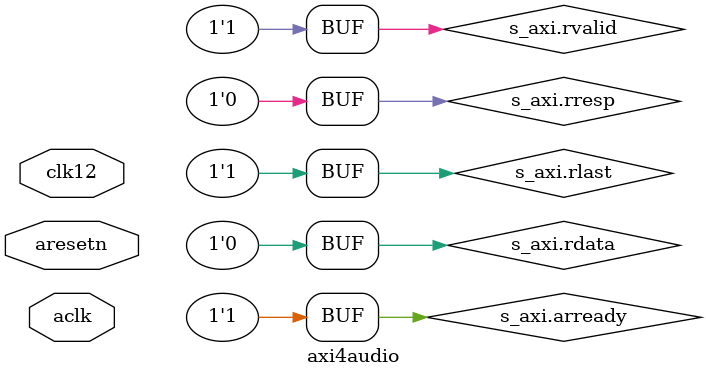
<source format=sv>
`timescale 1ns / 1ps

module axi4audio (
	input wire aclk,
	input wire clk12,
	input wire aresetn,
    audiowires.def i2sconn,
    axi4if.slave s_axi);

// ------------------------------------------------------------------------------------
// Audio buffer
// ------------------------------------------------------------------------------------

wire abfull, abempty, abvalid;
logic [31:0] abdin = 0; // left/right channel data (16 bits each)
wire abre;
logic abwe = 1'b0;
wire [31:0] abdout;

audiooutputfifo audiooutfifoinst(
	.full(abfull),
	.din(abdin),
	.wr_clk(aclk),
	.wr_en(abwe),
	.empty(abempty),
	.dout(abdout),
	.rd_clk(clk12),
	.rd_en(abre),
	.valid(abvalid),
	.rst(~aresetn) );

// ------------------------------------------------------------------------------------
// I2S Controller
// ------------------------------------------------------------------------------------

i2saudio i2saudioinst(
    .audioclock(clk12),	// 22.591MHz master clock

	.abempty(abempty),
	.abvalid(abvalid),
	.audiore(abre),
    .leftrightchannels(abdout),

    .tx_mclk(i2sconn.mclk),
    .tx_lrck(i2sconn.lrclk),
    .tx_sclk(i2sconn.sclk),
    .tx_sdout(i2sconn.sdin) );

// ------------------------------------------------------------------------------------
// Main state machine
// ------------------------------------------------------------------------------------

logic waddrstate = 1'b0;
logic writestate = 1'b0;

always @(posedge aclk) begin
	if (~aresetn) begin
		s_axi.awready <= 1'b0;
	end else begin
		// write address
		unique case (waddrstate)
			1'b0: begin
				if (s_axi.awvalid) begin
					s_axi.awready <= 1'b1;
					// TODO: Might want volume control or other effects at different s_axi.awaddr here
					waddrstate <= 1'b1;
				end
			end
			1'b1: begin
				s_axi.awready <= 1'b0;
				waddrstate <= 1'b0;
			end
		endcase
	end
end

always @(posedge aclk) begin
	if (~aresetn) begin
		s_axi.bresp <= 2'b00; // okay
		s_axi.bvalid <= 1'b0;
		s_axi.wready <= 1'b0;
	end else begin
		// write data
		abwe <= 1'b0;
		s_axi.wready <= 1'b0;
		s_axi.bvalid <= 1'b0;
		unique case (writestate)
			1'b0: begin
				if (s_axi.wvalid && (~abfull)) begin
					abdin <= s_axi.wdata[31:0];
					abwe <= 1'b1;
					writestate <= 1'b1;
					s_axi.wready <= 1'b1;
				end
			end
			1'b1: begin
				if (s_axi.bready) begin
					s_axi.bvalid <= 1'b1;
					writestate <= 1'b0;
				end
			end
		endcase
	end
end

// Can't read from the APU just yet
assign s_axi.rlast = 1'b1;
assign s_axi.arready = 1'b1;
assign s_axi.rvalid = 1'b1;
assign s_axi.rresp = 2'b00;
assign s_axi.rdata = 0;

endmodule

</source>
